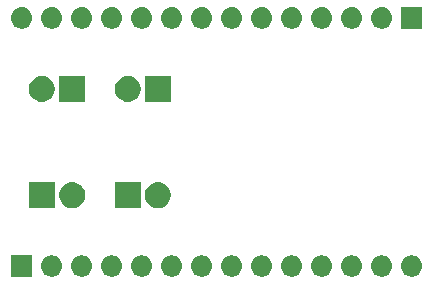
<source format=gbr>
G04 #@! TF.GenerationSoftware,KiCad,Pcbnew,5.1.4+dfsg1-1*
G04 #@! TF.CreationDate,2019-12-01T21:22:26+08:00*
G04 #@! TF.ProjectId,octolight,6f63746f-6c69-4676-9874-2e6b69636164,rev?*
G04 #@! TF.SameCoordinates,Original*
G04 #@! TF.FileFunction,Soldermask,Bot*
G04 #@! TF.FilePolarity,Negative*
%FSLAX46Y46*%
G04 Gerber Fmt 4.6, Leading zero omitted, Abs format (unit mm)*
G04 Created by KiCad (PCBNEW 5.1.4+dfsg1-1) date 2019-12-01 21:22:26*
%MOMM*%
%LPD*%
G04 APERTURE LIST*
%ADD10C,0.100000*%
G04 APERTURE END LIST*
D10*
G36*
X157380442Y-106605518D02*
G01*
X157446627Y-106612037D01*
X157616466Y-106663557D01*
X157772991Y-106747222D01*
X157808729Y-106776552D01*
X157910186Y-106859814D01*
X157993448Y-106961271D01*
X158022778Y-106997009D01*
X158106443Y-107153534D01*
X158157963Y-107323373D01*
X158175359Y-107500000D01*
X158157963Y-107676627D01*
X158106443Y-107846466D01*
X158022778Y-108002991D01*
X157993448Y-108038729D01*
X157910186Y-108140186D01*
X157808729Y-108223448D01*
X157772991Y-108252778D01*
X157616466Y-108336443D01*
X157446627Y-108387963D01*
X157380443Y-108394481D01*
X157314260Y-108401000D01*
X157225740Y-108401000D01*
X157159557Y-108394481D01*
X157093373Y-108387963D01*
X156923534Y-108336443D01*
X156767009Y-108252778D01*
X156731271Y-108223448D01*
X156629814Y-108140186D01*
X156546552Y-108038729D01*
X156517222Y-108002991D01*
X156433557Y-107846466D01*
X156382037Y-107676627D01*
X156364641Y-107500000D01*
X156382037Y-107323373D01*
X156433557Y-107153534D01*
X156517222Y-106997009D01*
X156546552Y-106961271D01*
X156629814Y-106859814D01*
X156731271Y-106776552D01*
X156767009Y-106747222D01*
X156923534Y-106663557D01*
X157093373Y-106612037D01*
X157159558Y-106605518D01*
X157225740Y-106599000D01*
X157314260Y-106599000D01*
X157380442Y-106605518D01*
X157380442Y-106605518D01*
G37*
G36*
X152300442Y-106605518D02*
G01*
X152366627Y-106612037D01*
X152536466Y-106663557D01*
X152692991Y-106747222D01*
X152728729Y-106776552D01*
X152830186Y-106859814D01*
X152913448Y-106961271D01*
X152942778Y-106997009D01*
X153026443Y-107153534D01*
X153077963Y-107323373D01*
X153095359Y-107500000D01*
X153077963Y-107676627D01*
X153026443Y-107846466D01*
X152942778Y-108002991D01*
X152913448Y-108038729D01*
X152830186Y-108140186D01*
X152728729Y-108223448D01*
X152692991Y-108252778D01*
X152536466Y-108336443D01*
X152366627Y-108387963D01*
X152300443Y-108394481D01*
X152234260Y-108401000D01*
X152145740Y-108401000D01*
X152079557Y-108394481D01*
X152013373Y-108387963D01*
X151843534Y-108336443D01*
X151687009Y-108252778D01*
X151651271Y-108223448D01*
X151549814Y-108140186D01*
X151466552Y-108038729D01*
X151437222Y-108002991D01*
X151353557Y-107846466D01*
X151302037Y-107676627D01*
X151284641Y-107500000D01*
X151302037Y-107323373D01*
X151353557Y-107153534D01*
X151437222Y-106997009D01*
X151466552Y-106961271D01*
X151549814Y-106859814D01*
X151651271Y-106776552D01*
X151687009Y-106747222D01*
X151843534Y-106663557D01*
X152013373Y-106612037D01*
X152079558Y-106605518D01*
X152145740Y-106599000D01*
X152234260Y-106599000D01*
X152300442Y-106605518D01*
X152300442Y-106605518D01*
G37*
G36*
X154840442Y-106605518D02*
G01*
X154906627Y-106612037D01*
X155076466Y-106663557D01*
X155232991Y-106747222D01*
X155268729Y-106776552D01*
X155370186Y-106859814D01*
X155453448Y-106961271D01*
X155482778Y-106997009D01*
X155566443Y-107153534D01*
X155617963Y-107323373D01*
X155635359Y-107500000D01*
X155617963Y-107676627D01*
X155566443Y-107846466D01*
X155482778Y-108002991D01*
X155453448Y-108038729D01*
X155370186Y-108140186D01*
X155268729Y-108223448D01*
X155232991Y-108252778D01*
X155076466Y-108336443D01*
X154906627Y-108387963D01*
X154840443Y-108394481D01*
X154774260Y-108401000D01*
X154685740Y-108401000D01*
X154619557Y-108394481D01*
X154553373Y-108387963D01*
X154383534Y-108336443D01*
X154227009Y-108252778D01*
X154191271Y-108223448D01*
X154089814Y-108140186D01*
X154006552Y-108038729D01*
X153977222Y-108002991D01*
X153893557Y-107846466D01*
X153842037Y-107676627D01*
X153824641Y-107500000D01*
X153842037Y-107323373D01*
X153893557Y-107153534D01*
X153977222Y-106997009D01*
X154006552Y-106961271D01*
X154089814Y-106859814D01*
X154191271Y-106776552D01*
X154227009Y-106747222D01*
X154383534Y-106663557D01*
X154553373Y-106612037D01*
X154619558Y-106605518D01*
X154685740Y-106599000D01*
X154774260Y-106599000D01*
X154840442Y-106605518D01*
X154840442Y-106605518D01*
G37*
G36*
X149760442Y-106605518D02*
G01*
X149826627Y-106612037D01*
X149996466Y-106663557D01*
X150152991Y-106747222D01*
X150188729Y-106776552D01*
X150290186Y-106859814D01*
X150373448Y-106961271D01*
X150402778Y-106997009D01*
X150486443Y-107153534D01*
X150537963Y-107323373D01*
X150555359Y-107500000D01*
X150537963Y-107676627D01*
X150486443Y-107846466D01*
X150402778Y-108002991D01*
X150373448Y-108038729D01*
X150290186Y-108140186D01*
X150188729Y-108223448D01*
X150152991Y-108252778D01*
X149996466Y-108336443D01*
X149826627Y-108387963D01*
X149760443Y-108394481D01*
X149694260Y-108401000D01*
X149605740Y-108401000D01*
X149539557Y-108394481D01*
X149473373Y-108387963D01*
X149303534Y-108336443D01*
X149147009Y-108252778D01*
X149111271Y-108223448D01*
X149009814Y-108140186D01*
X148926552Y-108038729D01*
X148897222Y-108002991D01*
X148813557Y-107846466D01*
X148762037Y-107676627D01*
X148744641Y-107500000D01*
X148762037Y-107323373D01*
X148813557Y-107153534D01*
X148897222Y-106997009D01*
X148926552Y-106961271D01*
X149009814Y-106859814D01*
X149111271Y-106776552D01*
X149147009Y-106747222D01*
X149303534Y-106663557D01*
X149473373Y-106612037D01*
X149539558Y-106605518D01*
X149605740Y-106599000D01*
X149694260Y-106599000D01*
X149760442Y-106605518D01*
X149760442Y-106605518D01*
G37*
G36*
X147220442Y-106605518D02*
G01*
X147286627Y-106612037D01*
X147456466Y-106663557D01*
X147612991Y-106747222D01*
X147648729Y-106776552D01*
X147750186Y-106859814D01*
X147833448Y-106961271D01*
X147862778Y-106997009D01*
X147946443Y-107153534D01*
X147997963Y-107323373D01*
X148015359Y-107500000D01*
X147997963Y-107676627D01*
X147946443Y-107846466D01*
X147862778Y-108002991D01*
X147833448Y-108038729D01*
X147750186Y-108140186D01*
X147648729Y-108223448D01*
X147612991Y-108252778D01*
X147456466Y-108336443D01*
X147286627Y-108387963D01*
X147220443Y-108394481D01*
X147154260Y-108401000D01*
X147065740Y-108401000D01*
X146999557Y-108394481D01*
X146933373Y-108387963D01*
X146763534Y-108336443D01*
X146607009Y-108252778D01*
X146571271Y-108223448D01*
X146469814Y-108140186D01*
X146386552Y-108038729D01*
X146357222Y-108002991D01*
X146273557Y-107846466D01*
X146222037Y-107676627D01*
X146204641Y-107500000D01*
X146222037Y-107323373D01*
X146273557Y-107153534D01*
X146357222Y-106997009D01*
X146386552Y-106961271D01*
X146469814Y-106859814D01*
X146571271Y-106776552D01*
X146607009Y-106747222D01*
X146763534Y-106663557D01*
X146933373Y-106612037D01*
X146999558Y-106605518D01*
X147065740Y-106599000D01*
X147154260Y-106599000D01*
X147220442Y-106605518D01*
X147220442Y-106605518D01*
G37*
G36*
X144680442Y-106605518D02*
G01*
X144746627Y-106612037D01*
X144916466Y-106663557D01*
X145072991Y-106747222D01*
X145108729Y-106776552D01*
X145210186Y-106859814D01*
X145293448Y-106961271D01*
X145322778Y-106997009D01*
X145406443Y-107153534D01*
X145457963Y-107323373D01*
X145475359Y-107500000D01*
X145457963Y-107676627D01*
X145406443Y-107846466D01*
X145322778Y-108002991D01*
X145293448Y-108038729D01*
X145210186Y-108140186D01*
X145108729Y-108223448D01*
X145072991Y-108252778D01*
X144916466Y-108336443D01*
X144746627Y-108387963D01*
X144680443Y-108394481D01*
X144614260Y-108401000D01*
X144525740Y-108401000D01*
X144459557Y-108394481D01*
X144393373Y-108387963D01*
X144223534Y-108336443D01*
X144067009Y-108252778D01*
X144031271Y-108223448D01*
X143929814Y-108140186D01*
X143846552Y-108038729D01*
X143817222Y-108002991D01*
X143733557Y-107846466D01*
X143682037Y-107676627D01*
X143664641Y-107500000D01*
X143682037Y-107323373D01*
X143733557Y-107153534D01*
X143817222Y-106997009D01*
X143846552Y-106961271D01*
X143929814Y-106859814D01*
X144031271Y-106776552D01*
X144067009Y-106747222D01*
X144223534Y-106663557D01*
X144393373Y-106612037D01*
X144459558Y-106605518D01*
X144525740Y-106599000D01*
X144614260Y-106599000D01*
X144680442Y-106605518D01*
X144680442Y-106605518D01*
G37*
G36*
X142140442Y-106605518D02*
G01*
X142206627Y-106612037D01*
X142376466Y-106663557D01*
X142532991Y-106747222D01*
X142568729Y-106776552D01*
X142670186Y-106859814D01*
X142753448Y-106961271D01*
X142782778Y-106997009D01*
X142866443Y-107153534D01*
X142917963Y-107323373D01*
X142935359Y-107500000D01*
X142917963Y-107676627D01*
X142866443Y-107846466D01*
X142782778Y-108002991D01*
X142753448Y-108038729D01*
X142670186Y-108140186D01*
X142568729Y-108223448D01*
X142532991Y-108252778D01*
X142376466Y-108336443D01*
X142206627Y-108387963D01*
X142140443Y-108394481D01*
X142074260Y-108401000D01*
X141985740Y-108401000D01*
X141919557Y-108394481D01*
X141853373Y-108387963D01*
X141683534Y-108336443D01*
X141527009Y-108252778D01*
X141491271Y-108223448D01*
X141389814Y-108140186D01*
X141306552Y-108038729D01*
X141277222Y-108002991D01*
X141193557Y-107846466D01*
X141142037Y-107676627D01*
X141124641Y-107500000D01*
X141142037Y-107323373D01*
X141193557Y-107153534D01*
X141277222Y-106997009D01*
X141306552Y-106961271D01*
X141389814Y-106859814D01*
X141491271Y-106776552D01*
X141527009Y-106747222D01*
X141683534Y-106663557D01*
X141853373Y-106612037D01*
X141919558Y-106605518D01*
X141985740Y-106599000D01*
X142074260Y-106599000D01*
X142140442Y-106605518D01*
X142140442Y-106605518D01*
G37*
G36*
X139600442Y-106605518D02*
G01*
X139666627Y-106612037D01*
X139836466Y-106663557D01*
X139992991Y-106747222D01*
X140028729Y-106776552D01*
X140130186Y-106859814D01*
X140213448Y-106961271D01*
X140242778Y-106997009D01*
X140326443Y-107153534D01*
X140377963Y-107323373D01*
X140395359Y-107500000D01*
X140377963Y-107676627D01*
X140326443Y-107846466D01*
X140242778Y-108002991D01*
X140213448Y-108038729D01*
X140130186Y-108140186D01*
X140028729Y-108223448D01*
X139992991Y-108252778D01*
X139836466Y-108336443D01*
X139666627Y-108387963D01*
X139600443Y-108394481D01*
X139534260Y-108401000D01*
X139445740Y-108401000D01*
X139379557Y-108394481D01*
X139313373Y-108387963D01*
X139143534Y-108336443D01*
X138987009Y-108252778D01*
X138951271Y-108223448D01*
X138849814Y-108140186D01*
X138766552Y-108038729D01*
X138737222Y-108002991D01*
X138653557Y-107846466D01*
X138602037Y-107676627D01*
X138584641Y-107500000D01*
X138602037Y-107323373D01*
X138653557Y-107153534D01*
X138737222Y-106997009D01*
X138766552Y-106961271D01*
X138849814Y-106859814D01*
X138951271Y-106776552D01*
X138987009Y-106747222D01*
X139143534Y-106663557D01*
X139313373Y-106612037D01*
X139379558Y-106605518D01*
X139445740Y-106599000D01*
X139534260Y-106599000D01*
X139600442Y-106605518D01*
X139600442Y-106605518D01*
G37*
G36*
X137060442Y-106605518D02*
G01*
X137126627Y-106612037D01*
X137296466Y-106663557D01*
X137452991Y-106747222D01*
X137488729Y-106776552D01*
X137590186Y-106859814D01*
X137673448Y-106961271D01*
X137702778Y-106997009D01*
X137786443Y-107153534D01*
X137837963Y-107323373D01*
X137855359Y-107500000D01*
X137837963Y-107676627D01*
X137786443Y-107846466D01*
X137702778Y-108002991D01*
X137673448Y-108038729D01*
X137590186Y-108140186D01*
X137488729Y-108223448D01*
X137452991Y-108252778D01*
X137296466Y-108336443D01*
X137126627Y-108387963D01*
X137060443Y-108394481D01*
X136994260Y-108401000D01*
X136905740Y-108401000D01*
X136839557Y-108394481D01*
X136773373Y-108387963D01*
X136603534Y-108336443D01*
X136447009Y-108252778D01*
X136411271Y-108223448D01*
X136309814Y-108140186D01*
X136226552Y-108038729D01*
X136197222Y-108002991D01*
X136113557Y-107846466D01*
X136062037Y-107676627D01*
X136044641Y-107500000D01*
X136062037Y-107323373D01*
X136113557Y-107153534D01*
X136197222Y-106997009D01*
X136226552Y-106961271D01*
X136309814Y-106859814D01*
X136411271Y-106776552D01*
X136447009Y-106747222D01*
X136603534Y-106663557D01*
X136773373Y-106612037D01*
X136839558Y-106605518D01*
X136905740Y-106599000D01*
X136994260Y-106599000D01*
X137060442Y-106605518D01*
X137060442Y-106605518D01*
G37*
G36*
X134520442Y-106605518D02*
G01*
X134586627Y-106612037D01*
X134756466Y-106663557D01*
X134912991Y-106747222D01*
X134948729Y-106776552D01*
X135050186Y-106859814D01*
X135133448Y-106961271D01*
X135162778Y-106997009D01*
X135246443Y-107153534D01*
X135297963Y-107323373D01*
X135315359Y-107500000D01*
X135297963Y-107676627D01*
X135246443Y-107846466D01*
X135162778Y-108002991D01*
X135133448Y-108038729D01*
X135050186Y-108140186D01*
X134948729Y-108223448D01*
X134912991Y-108252778D01*
X134756466Y-108336443D01*
X134586627Y-108387963D01*
X134520443Y-108394481D01*
X134454260Y-108401000D01*
X134365740Y-108401000D01*
X134299557Y-108394481D01*
X134233373Y-108387963D01*
X134063534Y-108336443D01*
X133907009Y-108252778D01*
X133871271Y-108223448D01*
X133769814Y-108140186D01*
X133686552Y-108038729D01*
X133657222Y-108002991D01*
X133573557Y-107846466D01*
X133522037Y-107676627D01*
X133504641Y-107500000D01*
X133522037Y-107323373D01*
X133573557Y-107153534D01*
X133657222Y-106997009D01*
X133686552Y-106961271D01*
X133769814Y-106859814D01*
X133871271Y-106776552D01*
X133907009Y-106747222D01*
X134063534Y-106663557D01*
X134233373Y-106612037D01*
X134299558Y-106605518D01*
X134365740Y-106599000D01*
X134454260Y-106599000D01*
X134520442Y-106605518D01*
X134520442Y-106605518D01*
G37*
G36*
X131980442Y-106605518D02*
G01*
X132046627Y-106612037D01*
X132216466Y-106663557D01*
X132372991Y-106747222D01*
X132408729Y-106776552D01*
X132510186Y-106859814D01*
X132593448Y-106961271D01*
X132622778Y-106997009D01*
X132706443Y-107153534D01*
X132757963Y-107323373D01*
X132775359Y-107500000D01*
X132757963Y-107676627D01*
X132706443Y-107846466D01*
X132622778Y-108002991D01*
X132593448Y-108038729D01*
X132510186Y-108140186D01*
X132408729Y-108223448D01*
X132372991Y-108252778D01*
X132216466Y-108336443D01*
X132046627Y-108387963D01*
X131980443Y-108394481D01*
X131914260Y-108401000D01*
X131825740Y-108401000D01*
X131759557Y-108394481D01*
X131693373Y-108387963D01*
X131523534Y-108336443D01*
X131367009Y-108252778D01*
X131331271Y-108223448D01*
X131229814Y-108140186D01*
X131146552Y-108038729D01*
X131117222Y-108002991D01*
X131033557Y-107846466D01*
X130982037Y-107676627D01*
X130964641Y-107500000D01*
X130982037Y-107323373D01*
X131033557Y-107153534D01*
X131117222Y-106997009D01*
X131146552Y-106961271D01*
X131229814Y-106859814D01*
X131331271Y-106776552D01*
X131367009Y-106747222D01*
X131523534Y-106663557D01*
X131693373Y-106612037D01*
X131759558Y-106605518D01*
X131825740Y-106599000D01*
X131914260Y-106599000D01*
X131980442Y-106605518D01*
X131980442Y-106605518D01*
G37*
G36*
X129440442Y-106605518D02*
G01*
X129506627Y-106612037D01*
X129676466Y-106663557D01*
X129832991Y-106747222D01*
X129868729Y-106776552D01*
X129970186Y-106859814D01*
X130053448Y-106961271D01*
X130082778Y-106997009D01*
X130166443Y-107153534D01*
X130217963Y-107323373D01*
X130235359Y-107500000D01*
X130217963Y-107676627D01*
X130166443Y-107846466D01*
X130082778Y-108002991D01*
X130053448Y-108038729D01*
X129970186Y-108140186D01*
X129868729Y-108223448D01*
X129832991Y-108252778D01*
X129676466Y-108336443D01*
X129506627Y-108387963D01*
X129440443Y-108394481D01*
X129374260Y-108401000D01*
X129285740Y-108401000D01*
X129219557Y-108394481D01*
X129153373Y-108387963D01*
X128983534Y-108336443D01*
X128827009Y-108252778D01*
X128791271Y-108223448D01*
X128689814Y-108140186D01*
X128606552Y-108038729D01*
X128577222Y-108002991D01*
X128493557Y-107846466D01*
X128442037Y-107676627D01*
X128424641Y-107500000D01*
X128442037Y-107323373D01*
X128493557Y-107153534D01*
X128577222Y-106997009D01*
X128606552Y-106961271D01*
X128689814Y-106859814D01*
X128791271Y-106776552D01*
X128827009Y-106747222D01*
X128983534Y-106663557D01*
X129153373Y-106612037D01*
X129219558Y-106605518D01*
X129285740Y-106599000D01*
X129374260Y-106599000D01*
X129440442Y-106605518D01*
X129440442Y-106605518D01*
G37*
G36*
X126900442Y-106605518D02*
G01*
X126966627Y-106612037D01*
X127136466Y-106663557D01*
X127292991Y-106747222D01*
X127328729Y-106776552D01*
X127430186Y-106859814D01*
X127513448Y-106961271D01*
X127542778Y-106997009D01*
X127626443Y-107153534D01*
X127677963Y-107323373D01*
X127695359Y-107500000D01*
X127677963Y-107676627D01*
X127626443Y-107846466D01*
X127542778Y-108002991D01*
X127513448Y-108038729D01*
X127430186Y-108140186D01*
X127328729Y-108223448D01*
X127292991Y-108252778D01*
X127136466Y-108336443D01*
X126966627Y-108387963D01*
X126900443Y-108394481D01*
X126834260Y-108401000D01*
X126745740Y-108401000D01*
X126679557Y-108394481D01*
X126613373Y-108387963D01*
X126443534Y-108336443D01*
X126287009Y-108252778D01*
X126251271Y-108223448D01*
X126149814Y-108140186D01*
X126066552Y-108038729D01*
X126037222Y-108002991D01*
X125953557Y-107846466D01*
X125902037Y-107676627D01*
X125884641Y-107500000D01*
X125902037Y-107323373D01*
X125953557Y-107153534D01*
X126037222Y-106997009D01*
X126066552Y-106961271D01*
X126149814Y-106859814D01*
X126251271Y-106776552D01*
X126287009Y-106747222D01*
X126443534Y-106663557D01*
X126613373Y-106612037D01*
X126679558Y-106605518D01*
X126745740Y-106599000D01*
X126834260Y-106599000D01*
X126900442Y-106605518D01*
X126900442Y-106605518D01*
G37*
G36*
X125151000Y-108401000D02*
G01*
X123349000Y-108401000D01*
X123349000Y-106599000D01*
X125151000Y-106599000D01*
X125151000Y-108401000D01*
X125151000Y-108401000D01*
G37*
G36*
X127101000Y-102601000D02*
G01*
X124899000Y-102601000D01*
X124899000Y-100399000D01*
X127101000Y-100399000D01*
X127101000Y-102601000D01*
X127101000Y-102601000D01*
G37*
G36*
X134351000Y-102601000D02*
G01*
X132149000Y-102601000D01*
X132149000Y-100399000D01*
X134351000Y-100399000D01*
X134351000Y-102601000D01*
X134351000Y-102601000D01*
G37*
G36*
X136004794Y-100420155D02*
G01*
X136111150Y-100441311D01*
X136211334Y-100482809D01*
X136311520Y-100524307D01*
X136491844Y-100644795D01*
X136645205Y-100798156D01*
X136765693Y-100978480D01*
X136848689Y-101178851D01*
X136891000Y-101391560D01*
X136891000Y-101608440D01*
X136848689Y-101821149D01*
X136765693Y-102021520D01*
X136645205Y-102201844D01*
X136491844Y-102355205D01*
X136311520Y-102475693D01*
X136111150Y-102558689D01*
X136004795Y-102579844D01*
X135898440Y-102601000D01*
X135681560Y-102601000D01*
X135575205Y-102579844D01*
X135468850Y-102558689D01*
X135268480Y-102475693D01*
X135088156Y-102355205D01*
X134934795Y-102201844D01*
X134814307Y-102021520D01*
X134731311Y-101821149D01*
X134689000Y-101608440D01*
X134689000Y-101391560D01*
X134731311Y-101178851D01*
X134814307Y-100978480D01*
X134934795Y-100798156D01*
X135088156Y-100644795D01*
X135268480Y-100524307D01*
X135368666Y-100482809D01*
X135468850Y-100441311D01*
X135575206Y-100420155D01*
X135681560Y-100399000D01*
X135898440Y-100399000D01*
X136004794Y-100420155D01*
X136004794Y-100420155D01*
G37*
G36*
X128754794Y-100420155D02*
G01*
X128861150Y-100441311D01*
X128961334Y-100482809D01*
X129061520Y-100524307D01*
X129241844Y-100644795D01*
X129395205Y-100798156D01*
X129515693Y-100978480D01*
X129598689Y-101178851D01*
X129641000Y-101391560D01*
X129641000Y-101608440D01*
X129598689Y-101821149D01*
X129515693Y-102021520D01*
X129395205Y-102201844D01*
X129241844Y-102355205D01*
X129061520Y-102475693D01*
X128861150Y-102558689D01*
X128754795Y-102579844D01*
X128648440Y-102601000D01*
X128431560Y-102601000D01*
X128325205Y-102579844D01*
X128218850Y-102558689D01*
X128018480Y-102475693D01*
X127838156Y-102355205D01*
X127684795Y-102201844D01*
X127564307Y-102021520D01*
X127481311Y-101821149D01*
X127439000Y-101608440D01*
X127439000Y-101391560D01*
X127481311Y-101178851D01*
X127564307Y-100978480D01*
X127684795Y-100798156D01*
X127838156Y-100644795D01*
X128018480Y-100524307D01*
X128118666Y-100482809D01*
X128218850Y-100441311D01*
X128325206Y-100420155D01*
X128431560Y-100399000D01*
X128648440Y-100399000D01*
X128754794Y-100420155D01*
X128754794Y-100420155D01*
G37*
G36*
X129601000Y-93601000D02*
G01*
X127399000Y-93601000D01*
X127399000Y-91399000D01*
X129601000Y-91399000D01*
X129601000Y-93601000D01*
X129601000Y-93601000D01*
G37*
G36*
X136891000Y-93601000D02*
G01*
X134689000Y-93601000D01*
X134689000Y-91399000D01*
X136891000Y-91399000D01*
X136891000Y-93601000D01*
X136891000Y-93601000D01*
G37*
G36*
X133464795Y-91420156D02*
G01*
X133571150Y-91441311D01*
X133671334Y-91482809D01*
X133771520Y-91524307D01*
X133951844Y-91644795D01*
X134105205Y-91798156D01*
X134225693Y-91978480D01*
X134308689Y-92178851D01*
X134351000Y-92391560D01*
X134351000Y-92608440D01*
X134308689Y-92821149D01*
X134225693Y-93021520D01*
X134105205Y-93201844D01*
X133951844Y-93355205D01*
X133771520Y-93475693D01*
X133571150Y-93558689D01*
X133464795Y-93579844D01*
X133358440Y-93601000D01*
X133141560Y-93601000D01*
X133035205Y-93579844D01*
X132928850Y-93558689D01*
X132728480Y-93475693D01*
X132548156Y-93355205D01*
X132394795Y-93201844D01*
X132274307Y-93021520D01*
X132191311Y-92821149D01*
X132149000Y-92608440D01*
X132149000Y-92391560D01*
X132191311Y-92178851D01*
X132274307Y-91978480D01*
X132394795Y-91798156D01*
X132548156Y-91644795D01*
X132728480Y-91524307D01*
X132828666Y-91482809D01*
X132928850Y-91441311D01*
X133035206Y-91420155D01*
X133141560Y-91399000D01*
X133358440Y-91399000D01*
X133464795Y-91420156D01*
X133464795Y-91420156D01*
G37*
G36*
X126174795Y-91420156D02*
G01*
X126281150Y-91441311D01*
X126381334Y-91482809D01*
X126481520Y-91524307D01*
X126661844Y-91644795D01*
X126815205Y-91798156D01*
X126935693Y-91978480D01*
X127018689Y-92178851D01*
X127061000Y-92391560D01*
X127061000Y-92608440D01*
X127018689Y-92821149D01*
X126935693Y-93021520D01*
X126815205Y-93201844D01*
X126661844Y-93355205D01*
X126481520Y-93475693D01*
X126281150Y-93558689D01*
X126174795Y-93579844D01*
X126068440Y-93601000D01*
X125851560Y-93601000D01*
X125745205Y-93579844D01*
X125638850Y-93558689D01*
X125438480Y-93475693D01*
X125258156Y-93355205D01*
X125104795Y-93201844D01*
X124984307Y-93021520D01*
X124901311Y-92821149D01*
X124859000Y-92608440D01*
X124859000Y-92391560D01*
X124901311Y-92178851D01*
X124984307Y-91978480D01*
X125104795Y-91798156D01*
X125258156Y-91644795D01*
X125438480Y-91524307D01*
X125538666Y-91482809D01*
X125638850Y-91441311D01*
X125745206Y-91420155D01*
X125851560Y-91399000D01*
X126068440Y-91399000D01*
X126174795Y-91420156D01*
X126174795Y-91420156D01*
G37*
G36*
X149760443Y-85605519D02*
G01*
X149826627Y-85612037D01*
X149996466Y-85663557D01*
X150152991Y-85747222D01*
X150188729Y-85776552D01*
X150290186Y-85859814D01*
X150373448Y-85961271D01*
X150402778Y-85997009D01*
X150486443Y-86153534D01*
X150537963Y-86323373D01*
X150555359Y-86500000D01*
X150537963Y-86676627D01*
X150486443Y-86846466D01*
X150402778Y-87002991D01*
X150373448Y-87038729D01*
X150290186Y-87140186D01*
X150188729Y-87223448D01*
X150152991Y-87252778D01*
X149996466Y-87336443D01*
X149826627Y-87387963D01*
X149760442Y-87394482D01*
X149694260Y-87401000D01*
X149605740Y-87401000D01*
X149539558Y-87394482D01*
X149473373Y-87387963D01*
X149303534Y-87336443D01*
X149147009Y-87252778D01*
X149111271Y-87223448D01*
X149009814Y-87140186D01*
X148926552Y-87038729D01*
X148897222Y-87002991D01*
X148813557Y-86846466D01*
X148762037Y-86676627D01*
X148744641Y-86500000D01*
X148762037Y-86323373D01*
X148813557Y-86153534D01*
X148897222Y-85997009D01*
X148926552Y-85961271D01*
X149009814Y-85859814D01*
X149111271Y-85776552D01*
X149147009Y-85747222D01*
X149303534Y-85663557D01*
X149473373Y-85612037D01*
X149539557Y-85605519D01*
X149605740Y-85599000D01*
X149694260Y-85599000D01*
X149760443Y-85605519D01*
X149760443Y-85605519D01*
G37*
G36*
X158171000Y-87401000D02*
G01*
X156369000Y-87401000D01*
X156369000Y-85599000D01*
X158171000Y-85599000D01*
X158171000Y-87401000D01*
X158171000Y-87401000D01*
G37*
G36*
X154840443Y-85605519D02*
G01*
X154906627Y-85612037D01*
X155076466Y-85663557D01*
X155232991Y-85747222D01*
X155268729Y-85776552D01*
X155370186Y-85859814D01*
X155453448Y-85961271D01*
X155482778Y-85997009D01*
X155566443Y-86153534D01*
X155617963Y-86323373D01*
X155635359Y-86500000D01*
X155617963Y-86676627D01*
X155566443Y-86846466D01*
X155482778Y-87002991D01*
X155453448Y-87038729D01*
X155370186Y-87140186D01*
X155268729Y-87223448D01*
X155232991Y-87252778D01*
X155076466Y-87336443D01*
X154906627Y-87387963D01*
X154840442Y-87394482D01*
X154774260Y-87401000D01*
X154685740Y-87401000D01*
X154619558Y-87394482D01*
X154553373Y-87387963D01*
X154383534Y-87336443D01*
X154227009Y-87252778D01*
X154191271Y-87223448D01*
X154089814Y-87140186D01*
X154006552Y-87038729D01*
X153977222Y-87002991D01*
X153893557Y-86846466D01*
X153842037Y-86676627D01*
X153824641Y-86500000D01*
X153842037Y-86323373D01*
X153893557Y-86153534D01*
X153977222Y-85997009D01*
X154006552Y-85961271D01*
X154089814Y-85859814D01*
X154191271Y-85776552D01*
X154227009Y-85747222D01*
X154383534Y-85663557D01*
X154553373Y-85612037D01*
X154619557Y-85605519D01*
X154685740Y-85599000D01*
X154774260Y-85599000D01*
X154840443Y-85605519D01*
X154840443Y-85605519D01*
G37*
G36*
X152300443Y-85605519D02*
G01*
X152366627Y-85612037D01*
X152536466Y-85663557D01*
X152692991Y-85747222D01*
X152728729Y-85776552D01*
X152830186Y-85859814D01*
X152913448Y-85961271D01*
X152942778Y-85997009D01*
X153026443Y-86153534D01*
X153077963Y-86323373D01*
X153095359Y-86500000D01*
X153077963Y-86676627D01*
X153026443Y-86846466D01*
X152942778Y-87002991D01*
X152913448Y-87038729D01*
X152830186Y-87140186D01*
X152728729Y-87223448D01*
X152692991Y-87252778D01*
X152536466Y-87336443D01*
X152366627Y-87387963D01*
X152300442Y-87394482D01*
X152234260Y-87401000D01*
X152145740Y-87401000D01*
X152079558Y-87394482D01*
X152013373Y-87387963D01*
X151843534Y-87336443D01*
X151687009Y-87252778D01*
X151651271Y-87223448D01*
X151549814Y-87140186D01*
X151466552Y-87038729D01*
X151437222Y-87002991D01*
X151353557Y-86846466D01*
X151302037Y-86676627D01*
X151284641Y-86500000D01*
X151302037Y-86323373D01*
X151353557Y-86153534D01*
X151437222Y-85997009D01*
X151466552Y-85961271D01*
X151549814Y-85859814D01*
X151651271Y-85776552D01*
X151687009Y-85747222D01*
X151843534Y-85663557D01*
X152013373Y-85612037D01*
X152079557Y-85605519D01*
X152145740Y-85599000D01*
X152234260Y-85599000D01*
X152300443Y-85605519D01*
X152300443Y-85605519D01*
G37*
G36*
X147220443Y-85605519D02*
G01*
X147286627Y-85612037D01*
X147456466Y-85663557D01*
X147612991Y-85747222D01*
X147648729Y-85776552D01*
X147750186Y-85859814D01*
X147833448Y-85961271D01*
X147862778Y-85997009D01*
X147946443Y-86153534D01*
X147997963Y-86323373D01*
X148015359Y-86500000D01*
X147997963Y-86676627D01*
X147946443Y-86846466D01*
X147862778Y-87002991D01*
X147833448Y-87038729D01*
X147750186Y-87140186D01*
X147648729Y-87223448D01*
X147612991Y-87252778D01*
X147456466Y-87336443D01*
X147286627Y-87387963D01*
X147220442Y-87394482D01*
X147154260Y-87401000D01*
X147065740Y-87401000D01*
X146999558Y-87394482D01*
X146933373Y-87387963D01*
X146763534Y-87336443D01*
X146607009Y-87252778D01*
X146571271Y-87223448D01*
X146469814Y-87140186D01*
X146386552Y-87038729D01*
X146357222Y-87002991D01*
X146273557Y-86846466D01*
X146222037Y-86676627D01*
X146204641Y-86500000D01*
X146222037Y-86323373D01*
X146273557Y-86153534D01*
X146357222Y-85997009D01*
X146386552Y-85961271D01*
X146469814Y-85859814D01*
X146571271Y-85776552D01*
X146607009Y-85747222D01*
X146763534Y-85663557D01*
X146933373Y-85612037D01*
X146999557Y-85605519D01*
X147065740Y-85599000D01*
X147154260Y-85599000D01*
X147220443Y-85605519D01*
X147220443Y-85605519D01*
G37*
G36*
X144680443Y-85605519D02*
G01*
X144746627Y-85612037D01*
X144916466Y-85663557D01*
X145072991Y-85747222D01*
X145108729Y-85776552D01*
X145210186Y-85859814D01*
X145293448Y-85961271D01*
X145322778Y-85997009D01*
X145406443Y-86153534D01*
X145457963Y-86323373D01*
X145475359Y-86500000D01*
X145457963Y-86676627D01*
X145406443Y-86846466D01*
X145322778Y-87002991D01*
X145293448Y-87038729D01*
X145210186Y-87140186D01*
X145108729Y-87223448D01*
X145072991Y-87252778D01*
X144916466Y-87336443D01*
X144746627Y-87387963D01*
X144680442Y-87394482D01*
X144614260Y-87401000D01*
X144525740Y-87401000D01*
X144459558Y-87394482D01*
X144393373Y-87387963D01*
X144223534Y-87336443D01*
X144067009Y-87252778D01*
X144031271Y-87223448D01*
X143929814Y-87140186D01*
X143846552Y-87038729D01*
X143817222Y-87002991D01*
X143733557Y-86846466D01*
X143682037Y-86676627D01*
X143664641Y-86500000D01*
X143682037Y-86323373D01*
X143733557Y-86153534D01*
X143817222Y-85997009D01*
X143846552Y-85961271D01*
X143929814Y-85859814D01*
X144031271Y-85776552D01*
X144067009Y-85747222D01*
X144223534Y-85663557D01*
X144393373Y-85612037D01*
X144459557Y-85605519D01*
X144525740Y-85599000D01*
X144614260Y-85599000D01*
X144680443Y-85605519D01*
X144680443Y-85605519D01*
G37*
G36*
X129440443Y-85605519D02*
G01*
X129506627Y-85612037D01*
X129676466Y-85663557D01*
X129832991Y-85747222D01*
X129868729Y-85776552D01*
X129970186Y-85859814D01*
X130053448Y-85961271D01*
X130082778Y-85997009D01*
X130166443Y-86153534D01*
X130217963Y-86323373D01*
X130235359Y-86500000D01*
X130217963Y-86676627D01*
X130166443Y-86846466D01*
X130082778Y-87002991D01*
X130053448Y-87038729D01*
X129970186Y-87140186D01*
X129868729Y-87223448D01*
X129832991Y-87252778D01*
X129676466Y-87336443D01*
X129506627Y-87387963D01*
X129440442Y-87394482D01*
X129374260Y-87401000D01*
X129285740Y-87401000D01*
X129219558Y-87394482D01*
X129153373Y-87387963D01*
X128983534Y-87336443D01*
X128827009Y-87252778D01*
X128791271Y-87223448D01*
X128689814Y-87140186D01*
X128606552Y-87038729D01*
X128577222Y-87002991D01*
X128493557Y-86846466D01*
X128442037Y-86676627D01*
X128424641Y-86500000D01*
X128442037Y-86323373D01*
X128493557Y-86153534D01*
X128577222Y-85997009D01*
X128606552Y-85961271D01*
X128689814Y-85859814D01*
X128791271Y-85776552D01*
X128827009Y-85747222D01*
X128983534Y-85663557D01*
X129153373Y-85612037D01*
X129219557Y-85605519D01*
X129285740Y-85599000D01*
X129374260Y-85599000D01*
X129440443Y-85605519D01*
X129440443Y-85605519D01*
G37*
G36*
X126900443Y-85605519D02*
G01*
X126966627Y-85612037D01*
X127136466Y-85663557D01*
X127292991Y-85747222D01*
X127328729Y-85776552D01*
X127430186Y-85859814D01*
X127513448Y-85961271D01*
X127542778Y-85997009D01*
X127626443Y-86153534D01*
X127677963Y-86323373D01*
X127695359Y-86500000D01*
X127677963Y-86676627D01*
X127626443Y-86846466D01*
X127542778Y-87002991D01*
X127513448Y-87038729D01*
X127430186Y-87140186D01*
X127328729Y-87223448D01*
X127292991Y-87252778D01*
X127136466Y-87336443D01*
X126966627Y-87387963D01*
X126900442Y-87394482D01*
X126834260Y-87401000D01*
X126745740Y-87401000D01*
X126679558Y-87394482D01*
X126613373Y-87387963D01*
X126443534Y-87336443D01*
X126287009Y-87252778D01*
X126251271Y-87223448D01*
X126149814Y-87140186D01*
X126066552Y-87038729D01*
X126037222Y-87002991D01*
X125953557Y-86846466D01*
X125902037Y-86676627D01*
X125884641Y-86500000D01*
X125902037Y-86323373D01*
X125953557Y-86153534D01*
X126037222Y-85997009D01*
X126066552Y-85961271D01*
X126149814Y-85859814D01*
X126251271Y-85776552D01*
X126287009Y-85747222D01*
X126443534Y-85663557D01*
X126613373Y-85612037D01*
X126679557Y-85605519D01*
X126745740Y-85599000D01*
X126834260Y-85599000D01*
X126900443Y-85605519D01*
X126900443Y-85605519D01*
G37*
G36*
X124360443Y-85605519D02*
G01*
X124426627Y-85612037D01*
X124596466Y-85663557D01*
X124752991Y-85747222D01*
X124788729Y-85776552D01*
X124890186Y-85859814D01*
X124973448Y-85961271D01*
X125002778Y-85997009D01*
X125086443Y-86153534D01*
X125137963Y-86323373D01*
X125155359Y-86500000D01*
X125137963Y-86676627D01*
X125086443Y-86846466D01*
X125002778Y-87002991D01*
X124973448Y-87038729D01*
X124890186Y-87140186D01*
X124788729Y-87223448D01*
X124752991Y-87252778D01*
X124596466Y-87336443D01*
X124426627Y-87387963D01*
X124360442Y-87394482D01*
X124294260Y-87401000D01*
X124205740Y-87401000D01*
X124139558Y-87394482D01*
X124073373Y-87387963D01*
X123903534Y-87336443D01*
X123747009Y-87252778D01*
X123711271Y-87223448D01*
X123609814Y-87140186D01*
X123526552Y-87038729D01*
X123497222Y-87002991D01*
X123413557Y-86846466D01*
X123362037Y-86676627D01*
X123344641Y-86500000D01*
X123362037Y-86323373D01*
X123413557Y-86153534D01*
X123497222Y-85997009D01*
X123526552Y-85961271D01*
X123609814Y-85859814D01*
X123711271Y-85776552D01*
X123747009Y-85747222D01*
X123903534Y-85663557D01*
X124073373Y-85612037D01*
X124139557Y-85605519D01*
X124205740Y-85599000D01*
X124294260Y-85599000D01*
X124360443Y-85605519D01*
X124360443Y-85605519D01*
G37*
G36*
X134520443Y-85605519D02*
G01*
X134586627Y-85612037D01*
X134756466Y-85663557D01*
X134912991Y-85747222D01*
X134948729Y-85776552D01*
X135050186Y-85859814D01*
X135133448Y-85961271D01*
X135162778Y-85997009D01*
X135246443Y-86153534D01*
X135297963Y-86323373D01*
X135315359Y-86500000D01*
X135297963Y-86676627D01*
X135246443Y-86846466D01*
X135162778Y-87002991D01*
X135133448Y-87038729D01*
X135050186Y-87140186D01*
X134948729Y-87223448D01*
X134912991Y-87252778D01*
X134756466Y-87336443D01*
X134586627Y-87387963D01*
X134520442Y-87394482D01*
X134454260Y-87401000D01*
X134365740Y-87401000D01*
X134299558Y-87394482D01*
X134233373Y-87387963D01*
X134063534Y-87336443D01*
X133907009Y-87252778D01*
X133871271Y-87223448D01*
X133769814Y-87140186D01*
X133686552Y-87038729D01*
X133657222Y-87002991D01*
X133573557Y-86846466D01*
X133522037Y-86676627D01*
X133504641Y-86500000D01*
X133522037Y-86323373D01*
X133573557Y-86153534D01*
X133657222Y-85997009D01*
X133686552Y-85961271D01*
X133769814Y-85859814D01*
X133871271Y-85776552D01*
X133907009Y-85747222D01*
X134063534Y-85663557D01*
X134233373Y-85612037D01*
X134299557Y-85605519D01*
X134365740Y-85599000D01*
X134454260Y-85599000D01*
X134520443Y-85605519D01*
X134520443Y-85605519D01*
G37*
G36*
X137060443Y-85605519D02*
G01*
X137126627Y-85612037D01*
X137296466Y-85663557D01*
X137452991Y-85747222D01*
X137488729Y-85776552D01*
X137590186Y-85859814D01*
X137673448Y-85961271D01*
X137702778Y-85997009D01*
X137786443Y-86153534D01*
X137837963Y-86323373D01*
X137855359Y-86500000D01*
X137837963Y-86676627D01*
X137786443Y-86846466D01*
X137702778Y-87002991D01*
X137673448Y-87038729D01*
X137590186Y-87140186D01*
X137488729Y-87223448D01*
X137452991Y-87252778D01*
X137296466Y-87336443D01*
X137126627Y-87387963D01*
X137060442Y-87394482D01*
X136994260Y-87401000D01*
X136905740Y-87401000D01*
X136839558Y-87394482D01*
X136773373Y-87387963D01*
X136603534Y-87336443D01*
X136447009Y-87252778D01*
X136411271Y-87223448D01*
X136309814Y-87140186D01*
X136226552Y-87038729D01*
X136197222Y-87002991D01*
X136113557Y-86846466D01*
X136062037Y-86676627D01*
X136044641Y-86500000D01*
X136062037Y-86323373D01*
X136113557Y-86153534D01*
X136197222Y-85997009D01*
X136226552Y-85961271D01*
X136309814Y-85859814D01*
X136411271Y-85776552D01*
X136447009Y-85747222D01*
X136603534Y-85663557D01*
X136773373Y-85612037D01*
X136839557Y-85605519D01*
X136905740Y-85599000D01*
X136994260Y-85599000D01*
X137060443Y-85605519D01*
X137060443Y-85605519D01*
G37*
G36*
X139600443Y-85605519D02*
G01*
X139666627Y-85612037D01*
X139836466Y-85663557D01*
X139992991Y-85747222D01*
X140028729Y-85776552D01*
X140130186Y-85859814D01*
X140213448Y-85961271D01*
X140242778Y-85997009D01*
X140326443Y-86153534D01*
X140377963Y-86323373D01*
X140395359Y-86500000D01*
X140377963Y-86676627D01*
X140326443Y-86846466D01*
X140242778Y-87002991D01*
X140213448Y-87038729D01*
X140130186Y-87140186D01*
X140028729Y-87223448D01*
X139992991Y-87252778D01*
X139836466Y-87336443D01*
X139666627Y-87387963D01*
X139600442Y-87394482D01*
X139534260Y-87401000D01*
X139445740Y-87401000D01*
X139379558Y-87394482D01*
X139313373Y-87387963D01*
X139143534Y-87336443D01*
X138987009Y-87252778D01*
X138951271Y-87223448D01*
X138849814Y-87140186D01*
X138766552Y-87038729D01*
X138737222Y-87002991D01*
X138653557Y-86846466D01*
X138602037Y-86676627D01*
X138584641Y-86500000D01*
X138602037Y-86323373D01*
X138653557Y-86153534D01*
X138737222Y-85997009D01*
X138766552Y-85961271D01*
X138849814Y-85859814D01*
X138951271Y-85776552D01*
X138987009Y-85747222D01*
X139143534Y-85663557D01*
X139313373Y-85612037D01*
X139379557Y-85605519D01*
X139445740Y-85599000D01*
X139534260Y-85599000D01*
X139600443Y-85605519D01*
X139600443Y-85605519D01*
G37*
G36*
X142140443Y-85605519D02*
G01*
X142206627Y-85612037D01*
X142376466Y-85663557D01*
X142532991Y-85747222D01*
X142568729Y-85776552D01*
X142670186Y-85859814D01*
X142753448Y-85961271D01*
X142782778Y-85997009D01*
X142866443Y-86153534D01*
X142917963Y-86323373D01*
X142935359Y-86500000D01*
X142917963Y-86676627D01*
X142866443Y-86846466D01*
X142782778Y-87002991D01*
X142753448Y-87038729D01*
X142670186Y-87140186D01*
X142568729Y-87223448D01*
X142532991Y-87252778D01*
X142376466Y-87336443D01*
X142206627Y-87387963D01*
X142140442Y-87394482D01*
X142074260Y-87401000D01*
X141985740Y-87401000D01*
X141919558Y-87394482D01*
X141853373Y-87387963D01*
X141683534Y-87336443D01*
X141527009Y-87252778D01*
X141491271Y-87223448D01*
X141389814Y-87140186D01*
X141306552Y-87038729D01*
X141277222Y-87002991D01*
X141193557Y-86846466D01*
X141142037Y-86676627D01*
X141124641Y-86500000D01*
X141142037Y-86323373D01*
X141193557Y-86153534D01*
X141277222Y-85997009D01*
X141306552Y-85961271D01*
X141389814Y-85859814D01*
X141491271Y-85776552D01*
X141527009Y-85747222D01*
X141683534Y-85663557D01*
X141853373Y-85612037D01*
X141919557Y-85605519D01*
X141985740Y-85599000D01*
X142074260Y-85599000D01*
X142140443Y-85605519D01*
X142140443Y-85605519D01*
G37*
G36*
X131980443Y-85605519D02*
G01*
X132046627Y-85612037D01*
X132216466Y-85663557D01*
X132372991Y-85747222D01*
X132408729Y-85776552D01*
X132510186Y-85859814D01*
X132593448Y-85961271D01*
X132622778Y-85997009D01*
X132706443Y-86153534D01*
X132757963Y-86323373D01*
X132775359Y-86500000D01*
X132757963Y-86676627D01*
X132706443Y-86846466D01*
X132622778Y-87002991D01*
X132593448Y-87038729D01*
X132510186Y-87140186D01*
X132408729Y-87223448D01*
X132372991Y-87252778D01*
X132216466Y-87336443D01*
X132046627Y-87387963D01*
X131980442Y-87394482D01*
X131914260Y-87401000D01*
X131825740Y-87401000D01*
X131759558Y-87394482D01*
X131693373Y-87387963D01*
X131523534Y-87336443D01*
X131367009Y-87252778D01*
X131331271Y-87223448D01*
X131229814Y-87140186D01*
X131146552Y-87038729D01*
X131117222Y-87002991D01*
X131033557Y-86846466D01*
X130982037Y-86676627D01*
X130964641Y-86500000D01*
X130982037Y-86323373D01*
X131033557Y-86153534D01*
X131117222Y-85997009D01*
X131146552Y-85961271D01*
X131229814Y-85859814D01*
X131331271Y-85776552D01*
X131367009Y-85747222D01*
X131523534Y-85663557D01*
X131693373Y-85612037D01*
X131759557Y-85605519D01*
X131825740Y-85599000D01*
X131914260Y-85599000D01*
X131980443Y-85605519D01*
X131980443Y-85605519D01*
G37*
M02*

</source>
